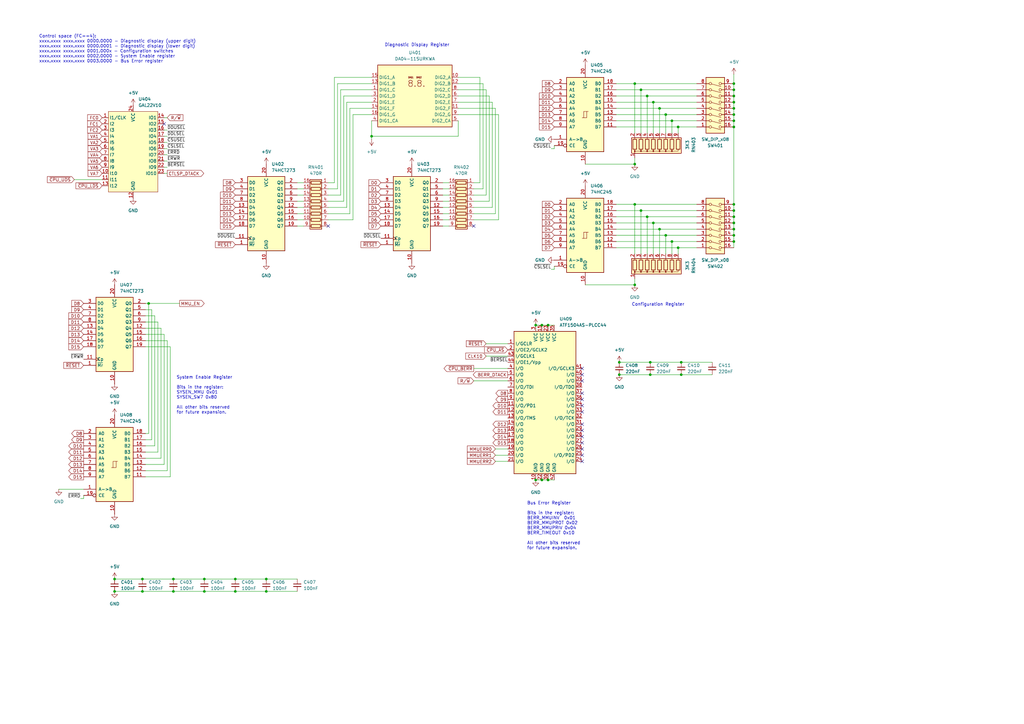
<source format=kicad_sch>
(kicad_sch (version 20250114) (generator "eeschema") (generator_version "9.0")
  (paper "A3")
  (text "Control space (FC==4):\nxxxx.xxxx xxxx.xxxx 0000.0000 - Diagnostic display (upper digit)\nxxxx.xxxx xxxx.xxxx 0000.0001 - Diagnostic display (lower digit)\nxxxx.xxxx xxxx.xxxx 0001.000x - Configuration switches\nxxxx.xxxx xxxx.xxxx 0002.0000 - System Enable register\nxxxx.xxxx xxxx.xxxx 0003.0000 - Bus Error register" (at 16.002 20.066 0) (effects (font (size 1.27 1.27)) (justify left)))
  (text "System Enable Register\n\nBits in the register:\nSYSEN_MMU 0x01\nSYSEN_SW7 0x80\n\nAll other bits reserved\nfor future expansion." (at 72.39 162.052 0) (effects (font (size 1.27 1.27)) (justify left)))
  (text "Diagnostic Display Register" (at 157.734 18.542 0) (effects (font (size 1.27 1.27)) (justify left)))
  (text "Configuration Register" (at 259.08 124.968 0) (effects (font (size 1.27 1.27)) (justify left)))
  (text "Bus Error Register\n\nBits in the register:\nBERR_MMUINV  0x01\nBERR_MMUPROT 0x02\nBERR_MMUPRIV 0x04\nBERR_TIMEOUT 0x10\n\nAll other bits reserved\nfor future expansion." (at 216.154 215.646 0) (effects (font (size 1.27 1.27) (thickness 0.1588)) (justify left)))
  (junction (at 265.43 88.9))
  (junction (at 270.51 44.45))
  (junction (at 300.99 49.53))
  (junction (at 46.99 242.57))
  (junction (at 224.79 196.85))
  (junction (at 58.42 237.49))
  (junction (at 109.22 237.49))
  (junction (at 266.7 148.59))
  (junction (at 260.35 67.31))
  (junction (at 267.97 41.91))
  (junction (at 300.99 52.07))
  (junction (at 300.99 96.52))
  (junction (at 300.99 46.99))
  (junction (at 273.05 96.52))
  (junction (at 270.51 93.98))
  (junction (at 262.89 86.36))
  (junction (at 300.99 83.82))
  (junction (at 224.79 133.35))
  (junction (at 96.52 242.57))
  (junction (at 46.99 237.49))
  (junction (at 300.99 39.37))
  (junction (at 279.4 148.59))
  (junction (at 279.4 153.67))
  (junction (at 265.43 39.37))
  (junction (at 300.99 44.45))
  (junction (at 260.35 83.82))
  (junction (at 300.99 36.83))
  (junction (at 262.89 36.83))
  (junction (at 71.12 242.57))
  (junction (at 254 153.67))
  (junction (at 219.71 196.85))
  (junction (at 275.59 99.06))
  (junction (at 219.71 133.35))
  (junction (at 300.99 34.29))
  (junction (at 222.25 196.85))
  (junction (at 300.99 93.98))
  (junction (at 152.4 55.88))
  (junction (at 96.52 237.49))
  (junction (at 60.96 124.46))
  (junction (at 300.99 91.44))
  (junction (at 278.13 52.07))
  (junction (at 222.25 133.35))
  (junction (at 273.05 46.99))
  (junction (at 300.99 88.9))
  (junction (at 109.22 242.57))
  (junction (at 300.99 86.36))
  (junction (at 58.42 242.57))
  (junction (at 266.7 153.67))
  (junction (at 300.99 99.06))
  (junction (at 83.82 237.49))
  (junction (at 278.13 101.6))
  (junction (at 83.82 242.57))
  (junction (at 71.12 237.49))
  (junction (at 275.59 49.53))
  (junction (at 300.99 41.91))
  (junction (at 254 148.59))
  (junction (at 260.35 116.84))
  (junction (at 267.97 91.44))
  (junction (at 260.35 34.29))
  (no_connect (at 238.76 184.15))
  (no_connect (at 134.62 92.71))
  (no_connect (at 238.76 168.91))
  (no_connect (at 67.31 50.8))
  (no_connect (at 238.76 156.21))
  (no_connect (at 238.76 153.67))
  (no_connect (at 238.76 163.83))
  (no_connect (at 238.76 181.61))
  (no_connect (at 238.76 176.53))
  (no_connect (at 238.76 151.13))
  (no_connect (at 194.31 92.71))
  (no_connect (at 238.76 173.99))
  (no_connect (at 238.76 179.07))
  (no_connect (at 238.76 161.29))
  (no_connect (at 238.76 166.37))
  (no_connect (at 238.76 186.69))
  (no_connect (at 238.76 189.23))
  (wire (pts (xy 121.92 80.01) (xy 124.46 80.01)))
  (wire (pts (xy 134.62 80.01) (xy 139.7 80.01)))
  (wire (pts (xy 194.31 80.01) (xy 199.39 80.01)))
  (wire (pts (xy 265.43 88.9) (xy 265.43 104.14)))
  (wire (pts (xy 252.73 52.07) (xy 278.13 52.07)))
  (wire (pts (xy 59.69 139.7) (xy 68.58 139.7)))
  (wire (pts (xy 201.93 41.91) (xy 187.96 41.91)))
  (wire (pts (xy 142.24 85.09) (xy 142.24 41.91)))
  (wire (pts (xy 196.85 74.93) (xy 196.85 31.75)))
  (wire (pts (xy 227.33 60.96) (xy 227.33 59.69)))
  (wire (pts (xy 59.69 134.62) (xy 66.04 134.62)))
  (wire (pts (xy 252.73 36.83) (xy 262.89 36.83)))
  (wire (pts (xy 181.61 90.17) (xy 184.15 90.17)))
  (wire (pts (xy 275.59 49.53) (xy 275.59 54.61)))
  (wire (pts (xy 267.97 91.44) (xy 267.97 104.14)))
  (wire (pts (xy 219.71 196.85) (xy 222.25 196.85)))
  (wire (pts (xy 240.03 67.31) (xy 260.35 67.31)))
  (wire (pts (xy 203.2 184.15) (xy 208.28 184.15)))
  (wire (pts (xy 68.58 60.96) (xy 67.31 60.96)))
  (wire (pts (xy 121.92 82.55) (xy 124.46 82.55)))
  (wire (pts (xy 266.7 153.67) (xy 279.4 153.67)))
  (wire (pts (xy 300.99 49.53) (xy 300.99 52.07)))
  (wire (pts (xy 267.97 91.44) (xy 285.75 91.44)))
  (wire (pts (xy 252.73 34.29) (xy 260.35 34.29)))
  (wire (pts (xy 194.31 90.17) (xy 204.47 90.17)))
  (wire (pts (xy 33.02 204.47) (xy 34.29 204.47)))
  (wire (pts (xy 121.92 85.09) (xy 124.46 85.09)))
  (wire (pts (xy 67.31 68.58) (xy 68.58 68.58)))
  (wire (pts (xy 252.73 46.99) (xy 273.05 46.99)))
  (wire (pts (xy 46.99 237.49) (xy 58.42 237.49)))
  (wire (pts (xy 194.31 151.13) (xy 208.28 151.13)))
  (wire (pts (xy 252.73 86.36) (xy 262.89 86.36)))
  (wire (pts (xy 275.59 99.06) (xy 275.59 104.14)))
  (wire (pts (xy 152.4 55.88) (xy 152.4 57.15)))
  (wire (pts (xy 273.05 96.52) (xy 285.75 96.52)))
  (wire (pts (xy 138.43 34.29) (xy 152.4 34.29)))
  (wire (pts (xy 137.16 31.75) (xy 152.4 31.75)))
  (wire (pts (xy 300.99 39.37) (xy 300.99 41.91)))
  (wire (pts (xy 60.96 177.8) (xy 59.69 177.8)))
  (wire (pts (xy 196.85 31.75) (xy 187.96 31.75)))
  (wire (pts (xy 59.69 127) (xy 62.23 127)))
  (wire (pts (xy 121.92 74.93) (xy 124.46 74.93)))
  (wire (pts (xy 134.62 74.93) (xy 137.16 74.93)))
  (wire (pts (xy 254 153.67) (xy 266.7 153.67)))
  (wire (pts (xy 59.69 129.54) (xy 63.5 129.54)))
  (wire (pts (xy 96.52 242.57) (xy 109.22 242.57)))
  (wire (pts (xy 262.89 86.36) (xy 285.75 86.36)))
  (wire (pts (xy 58.42 237.49) (xy 71.12 237.49)))
  (wire (pts (xy 300.99 93.98) (xy 300.99 96.52)))
  (wire (pts (xy 68.58 66.04) (xy 67.31 66.04)))
  (wire (pts (xy 187.96 55.88) (xy 152.4 55.88)))
  (wire (pts (xy 194.31 156.21) (xy 208.28 156.21)))
  (wire (pts (xy 273.05 96.52) (xy 273.05 104.14)))
  (wire (pts (xy 143.51 44.45) (xy 152.4 44.45)))
  (wire (pts (xy 222.25 196.85) (xy 224.79 196.85)))
  (wire (pts (xy 181.61 80.01) (xy 184.15 80.01)))
  (wire (pts (xy 300.99 36.83) (xy 300.99 39.37)))
  (wire (pts (xy 262.89 36.83) (xy 262.89 54.61)))
  (wire (pts (xy 300.99 41.91) (xy 300.99 44.45)))
  (wire (pts (xy 187.96 49.53) (xy 187.96 55.88)))
  (wire (pts (xy 194.31 74.93) (xy 196.85 74.93)))
  (wire (pts (xy 273.05 46.99) (xy 285.75 46.99)))
  (wire (pts (xy 222.25 133.35) (xy 224.79 133.35)))
  (wire (pts (xy 144.78 90.17) (xy 144.78 46.99)))
  (wire (pts (xy 71.12 237.49) (xy 83.82 237.49)))
  (wire (pts (xy 137.16 74.93) (xy 137.16 31.75)))
  (wire (pts (xy 142.24 41.91) (xy 152.4 41.91)))
  (wire (pts (xy 68.58 193.04) (xy 59.69 193.04)))
  (wire (pts (xy 300.99 44.45) (xy 300.99 46.99)))
  (wire (pts (xy 224.79 133.35) (xy 227.33 133.35)))
  (wire (pts (xy 109.22 237.49) (xy 121.92 237.49)))
  (wire (pts (xy 181.61 87.63) (xy 184.15 87.63)))
  (wire (pts (xy 252.73 101.6) (xy 278.13 101.6)))
  (wire (pts (xy 67.31 137.16) (xy 67.31 190.5)))
  (wire (pts (xy 64.77 132.08) (xy 64.77 185.42)))
  (wire (pts (xy 270.51 93.98) (xy 285.75 93.98)))
  (wire (pts (xy 204.47 90.17) (xy 204.47 46.99)))
  (wire (pts (xy 198.12 34.29) (xy 187.96 34.29)))
  (wire (pts (xy 181.61 77.47) (xy 184.15 77.47)))
  (wire (pts (xy 278.13 101.6) (xy 278.13 104.14)))
  (wire (pts (xy 68.58 58.42) (xy 67.31 58.42)))
  (wire (pts (xy 63.5 182.88) (xy 59.69 182.88)))
  (wire (pts (xy 300.99 46.99) (xy 300.99 49.53)))
  (wire (pts (xy 252.73 91.44) (xy 267.97 91.44)))
  (wire (pts (xy 199.39 146.05) (xy 208.28 146.05)))
  (wire (pts (xy 300.99 88.9) (xy 300.99 91.44)))
  (wire (pts (xy 300.99 52.07) (xy 300.99 83.82)))
  (wire (pts (xy 134.62 77.47) (xy 138.43 77.47)))
  (wire (pts (xy 300.99 91.44) (xy 300.99 93.98)))
  (wire (pts (xy 226.06 60.96) (xy 227.33 60.96)))
  (wire (pts (xy 262.89 86.36) (xy 262.89 104.14)))
  (wire (pts (xy 68.58 48.26) (xy 67.31 48.26)))
  (wire (pts (xy 254 148.59) (xy 266.7 148.59)))
  (wire (pts (xy 64.77 185.42) (xy 59.69 185.42)))
  (wire (pts (xy 260.35 67.31) (xy 260.35 64.77)))
  (wire (pts (xy 69.85 142.24) (xy 69.85 195.58)))
  (wire (pts (xy 121.92 92.71) (xy 124.46 92.71)))
  (wire (pts (xy 300.99 96.52) (xy 300.99 99.06)))
  (wire (pts (xy 267.97 41.91) (xy 267.97 54.61)))
  (wire (pts (xy 219.71 133.35) (xy 222.25 133.35)))
  (wire (pts (xy 66.04 134.62) (xy 66.04 187.96)))
  (wire (pts (xy 199.39 36.83) (xy 187.96 36.83)))
  (wire (pts (xy 204.47 46.99) (xy 187.96 46.99)))
  (wire (pts (xy 262.89 36.83) (xy 285.75 36.83)))
  (wire (pts (xy 278.13 52.07) (xy 285.75 52.07)))
  (wire (pts (xy 265.43 39.37) (xy 265.43 54.61)))
  (wire (pts (xy 270.51 93.98) (xy 270.51 104.14)))
  (wire (pts (xy 59.69 124.46) (xy 60.96 124.46)))
  (wire (pts (xy 60.96 124.46) (xy 73.66 124.46)))
  (wire (pts (xy 252.73 93.98) (xy 270.51 93.98)))
  (wire (pts (xy 260.35 34.29) (xy 260.35 54.61)))
  (wire (pts (xy 181.61 92.71) (xy 184.15 92.71)))
  (wire (pts (xy 143.51 87.63) (xy 143.51 44.45)))
  (wire (pts (xy 62.23 180.34) (xy 59.69 180.34)))
  (wire (pts (xy 30.48 73.66) (xy 41.91 73.66)))
  (wire (pts (xy 134.62 82.55) (xy 140.97 82.55)))
  (wire (pts (xy 198.12 77.47) (xy 198.12 34.29)))
  (wire (pts (xy 68.58 55.88) (xy 67.31 55.88)))
  (wire (pts (xy 203.2 186.69) (xy 208.28 186.69)))
  (wire (pts (xy 83.82 242.57) (xy 96.52 242.57)))
  (wire (pts (xy 252.73 96.52) (xy 273.05 96.52)))
  (wire (pts (xy 252.73 99.06) (xy 275.59 99.06)))
  (wire (pts (xy 71.12 242.57) (xy 83.82 242.57)))
  (wire (pts (xy 278.13 101.6) (xy 285.75 101.6)))
  (wire (pts (xy 273.05 46.99) (xy 273.05 54.61)))
  (wire (pts (xy 68.58 71.12) (xy 67.31 71.12)))
  (wire (pts (xy 34.29 204.47) (xy 34.29 203.2)))
  (wire (pts (xy 199.39 140.97) (xy 208.28 140.97)))
  (wire (pts (xy 300.99 34.29) (xy 300.99 36.83)))
  (wire (pts (xy 201.93 85.09) (xy 201.93 41.91)))
  (wire (pts (xy 121.92 90.17) (xy 124.46 90.17)))
  (wire (pts (xy 134.62 90.17) (xy 144.78 90.17)))
  (wire (pts (xy 66.04 187.96) (xy 59.69 187.96)))
  (wire (pts (xy 62.23 127) (xy 62.23 180.34)))
  (wire (pts (xy 59.69 142.24) (xy 69.85 142.24)))
  (wire (pts (xy 83.82 237.49) (xy 96.52 237.49)))
  (wire (pts (xy 194.31 77.47) (xy 198.12 77.47)))
  (wire (pts (xy 260.35 83.82) (xy 285.75 83.82)))
  (wire (pts (xy 68.58 139.7) (xy 68.58 193.04)))
  (wire (pts (xy 199.39 80.01) (xy 199.39 36.83)))
  (wire (pts (xy 68.58 63.5) (xy 67.31 63.5)))
  (wire (pts (xy 267.97 41.91) (xy 285.75 41.91)))
  (wire (pts (xy 200.66 39.37) (xy 187.96 39.37)))
  (wire (pts (xy 60.96 124.46) (xy 60.96 177.8)))
  (wire (pts (xy 265.43 88.9) (xy 285.75 88.9)))
  (wire (pts (xy 67.31 190.5) (xy 59.69 190.5)))
  (wire (pts (xy 275.59 99.06) (xy 285.75 99.06)))
  (wire (pts (xy 152.4 49.53) (xy 152.4 55.88)))
  (wire (pts (xy 265.43 39.37) (xy 285.75 39.37)))
  (wire (pts (xy 140.97 39.37) (xy 152.4 39.37)))
  (wire (pts (xy 279.4 148.59) (xy 292.1 148.59)))
  (wire (pts (xy 24.13 200.66) (xy 34.29 200.66)))
  (wire (pts (xy 270.51 44.45) (xy 285.75 44.45)))
  (wire (pts (xy 121.92 77.47) (xy 124.46 77.47)))
  (wire (pts (xy 252.73 41.91) (xy 267.97 41.91)))
  (wire (pts (xy 139.7 36.83) (xy 152.4 36.83)))
  (wire (pts (xy 279.4 153.67) (xy 292.1 153.67)))
  (wire (pts (xy 252.73 83.82) (xy 260.35 83.82)))
  (wire (pts (xy 144.78 46.99) (xy 152.4 46.99)))
  (wire (pts (xy 59.69 132.08) (xy 64.77 132.08)))
  (wire (pts (xy 252.73 44.45) (xy 270.51 44.45)))
  (wire (pts (xy 181.61 74.93) (xy 184.15 74.93)))
  (wire (pts (xy 69.85 195.58) (xy 59.69 195.58)))
  (wire (pts (xy 121.92 87.63) (xy 124.46 87.63)))
  (wire (pts (xy 270.51 44.45) (xy 270.51 54.61)))
  (wire (pts (xy 278.13 52.07) (xy 278.13 54.61)))
  (wire (pts (xy 224.79 196.85) (xy 227.33 196.85)))
  (wire (pts (xy 134.62 85.09) (xy 142.24 85.09)))
  (wire (pts (xy 260.35 34.29) (xy 285.75 34.29)))
  (wire (pts (xy 275.59 49.53) (xy 285.75 49.53)))
  (wire (pts (xy 59.69 137.16) (xy 67.31 137.16)))
  (wire (pts (xy 203.2 44.45) (xy 187.96 44.45)))
  (wire (pts (xy 58.42 242.57) (xy 71.12 242.57)))
  (wire (pts (xy 63.5 129.54) (xy 63.5 182.88)))
  (wire (pts (xy 260.35 83.82) (xy 260.35 104.14)))
  (wire (pts (xy 194.31 85.09) (xy 201.93 85.09)))
  (wire (pts (xy 252.73 49.53) (xy 275.59 49.53)))
  (wire (pts (xy 68.58 53.34) (xy 67.31 53.34)))
  (wire (pts (xy 240.03 116.84) (xy 260.35 116.84)))
  (wire (pts (xy 252.73 39.37) (xy 265.43 39.37)))
  (wire (pts (xy 181.61 82.55) (xy 184.15 82.55)))
  (wire (pts (xy 181.61 85.09) (xy 184.15 85.09)))
  (wire (pts (xy 252.73 88.9) (xy 265.43 88.9)))
  (wire (pts (xy 134.62 87.63) (xy 143.51 87.63)))
  (wire (pts (xy 109.22 242.57) (xy 121.92 242.57)))
  (wire (pts (xy 260.35 114.3) (xy 260.35 116.84)))
  (wire (pts (xy 203.2 189.23) (xy 208.28 189.23)))
  (wire (pts (xy 227.33 110.49) (xy 227.33 109.22)))
  (wire (pts (xy 300.99 86.36) (xy 300.99 88.9)))
  (wire (pts (xy 200.66 82.55) (xy 200.66 39.37)))
  (wire (pts (xy 226.06 110.49) (xy 227.33 110.49)))
  (wire (pts (xy 138.43 77.47) (xy 138.43 34.29)))
  (wire (pts (xy 300.99 30.48) (xy 300.99 34.29)))
  (wire (pts (xy 139.7 80.01) (xy 139.7 36.83)))
  (wire (pts (xy 194.31 87.63) (xy 203.2 87.63)))
  (wire (pts (xy 266.7 148.59) (xy 279.4 148.59)))
  (wire (pts (xy 300.99 83.82) (xy 300.99 86.36)))
  (wire (pts (xy 194.31 82.55) (xy 200.66 82.55)))
  (wire (pts (xy 46.99 242.57) (xy 58.42 242.57)))
  (wire (pts (xy 203.2 87.63) (xy 203.2 44.45)))
  (wire (pts (xy 300.99 99.06) (xy 300.99 101.6)))
  (wire (pts (xy 140.97 82.55) (xy 140.97 39.37)))
  (wire (pts (xy 96.52 237.49) (xy 109.22 237.49)))
  (label "~{CSLSEL}" (at 68.58 60.96 0))
  (label "~{CSUSEL}" (at 68.58 58.42 0))
  (label "~{BERSEL}" (at 68.58 68.58 0))
  (label "~{BERSEL}" (at 208.28 148.59 180))
  (label "~{DDLSEL}" (at 68.58 55.88 0))
  (label "~{ERRD}" (at 33.02 204.47 180))
  (label "~{CSLSEL}" (at 226.06 110.49 180))
  (label "~{ERWR}" (at 34.29 147.32 180))
  (label "~{ERWR}" (at 68.58 66.04 0))
  (label "~{DDUSEL}" (at 68.58 53.34 0))
  (label "~{DDUSEL}" (at 96.52 97.79 180))
  (label "~{ERRD}" (at 68.58 63.5 0))
  (label "~{DDLSEL}" (at 156.21 97.79 180))
  (label "~{CSUSEL}" (at 226.06 60.96 180))
  (global_label "D8" (shape input) (at 34.29 124.46 180) (property "Intersheetrefs" "${INTERSHEET_REFS}" (effects (hide yes))))
  (global_label "D9" (shape input) (at 96.52 77.47 180) (property "Intersheetrefs" "${INTERSHEET_REFS}" (effects (hide yes))))
  (global_label "R{slash}~{W}" (shape input) (at 68.58 48.26 0) (property "Intersheetrefs" "${INTERSHEET_REFS}" (effects (hide yes))))
  (global_label "D11" (shape output) (at 34.29 185.42 180) (property "Intersheetrefs" "${INTERSHEET_REFS}" (effects (hide yes))))
  (global_label "VA1" (shape input) (at 41.91 55.88 180) (property "Intersheetrefs" "${INTERSHEET_REFS}" (effects (hide yes))))
  (global_label "~{RESET}" (shape input) (at 199.39 140.97 180) (property "Intersheetrefs" "${INTERSHEET_REFS}" (effects (hide yes))))
  (global_label "~{RESET}" (shape input) (at 34.29 149.86 180) (property "Intersheetrefs" "${INTERSHEET_REFS}" (effects (hide yes))))
  (global_label "MMUERR0" (shape input) (at 203.2 184.15 180) (property "Intersheetrefs" "${INTERSHEET_REFS}" (effects (hide yes))))
  (global_label "D5" (shape input) (at 156.21 87.63 180) (property "Intersheetrefs" "${INTERSHEET_REFS}" (effects (hide yes))))
  (global_label "D10" (shape output) (at 208.28 166.37 180) (property "Intersheetrefs" "${INTERSHEET_REFS}" (effects (hide yes))))
  (global_label "~{CPU_AS}" (shape input) (at 208.28 143.51 180) (property "Intersheetrefs" "${INTERSHEET_REFS}" (effects (hide yes))))
  (global_label "D11" (shape input) (at 96.52 82.55 180) (property "Intersheetrefs" "${INTERSHEET_REFS}" (effects (hide yes))))
  (global_label "~{CPU_BERR}" (shape output) (at 194.31 151.13 180) (property "Intersheetrefs" "${INTERSHEET_REFS}" (effects (hide yes))))
  (global_label "D6" (shape input) (at 156.21 90.17 180) (property "Intersheetrefs" "${INTERSHEET_REFS}" (effects (hide yes))))
  (global_label "D13" (shape input) (at 227.33 46.99 180) (property "Intersheetrefs" "${INTERSHEET_REFS}" (effects (hide yes))))
  (global_label "D7" (shape input) (at 156.21 92.71 180) (property "Intersheetrefs" "${INTERSHEET_REFS}" (effects (hide yes))))
  (global_label "D12" (shape input) (at 96.52 85.09 180) (property "Intersheetrefs" "${INTERSHEET_REFS}" (effects (hide yes))))
  (global_label "D10" (shape output) (at 34.29 182.88 180) (property "Intersheetrefs" "${INTERSHEET_REFS}" (effects (hide yes))))
  (global_label "FC0" (shape input) (at 41.91 48.26 180) (property "Intersheetrefs" "${INTERSHEET_REFS}" (effects (hide yes))))
  (global_label "D15" (shape output) (at 34.29 195.58 180) (property "Intersheetrefs" "${INTERSHEET_REFS}" (effects (hide yes))))
  (global_label "D9" (shape output) (at 34.29 180.34 180) (property "Intersheetrefs" "${INTERSHEET_REFS}" (effects (hide yes))))
  (global_label "D8" (shape input) (at 227.33 34.29 180) (property "Intersheetrefs" "${INTERSHEET_REFS}" (effects (hide yes))))
  (global_label "D15" (shape input) (at 34.29 142.24 180) (property "Intersheetrefs" "${INTERSHEET_REFS}" (effects (hide yes))))
  (global_label "D13" (shape input) (at 34.29 137.16 180) (property "Intersheetrefs" "${INTERSHEET_REFS}" (effects (hide yes))))
  (global_label "D10" (shape input) (at 227.33 39.37 180) (property "Intersheetrefs" "${INTERSHEET_REFS}" (effects (hide yes))))
  (global_label "R{slash}~{W}" (shape input) (at 194.31 156.21 180) (property "Intersheetrefs" "${INTERSHEET_REFS}" (effects (hide yes))))
  (global_label "D2" (shape input) (at 227.33 88.9 180) (property "Intersheetrefs" "${INTERSHEET_REFS}" (effects (hide yes))))
  (global_label "D15" (shape input) (at 96.52 92.71 180) (property "Intersheetrefs" "${INTERSHEET_REFS}" (effects (hide yes))))
  (global_label "D9" (shape input) (at 227.33 36.83 180) (property "Intersheetrefs" "${INTERSHEET_REFS}" (effects (hide yes))))
  (global_label "~{RESET}" (shape input) (at 96.52 100.33 180) (property "Intersheetrefs" "${INTERSHEET_REFS}" (effects (hide yes))))
  (global_label "D10" (shape input) (at 34.29 129.54 180) (property "Intersheetrefs" "${INTERSHEET_REFS}" (effects (hide yes))))
  (global_label "D14" (shape input) (at 227.33 49.53 180) (property "Intersheetrefs" "${INTERSHEET_REFS}" (effects (hide yes))))
  (global_label "MMUERR1" (shape input) (at 203.2 186.69 180) (property "Intersheetrefs" "${INTERSHEET_REFS}" (effects (hide yes))))
  (global_label "D13" (shape output) (at 208.28 176.53 180) (property "Intersheetrefs" "${INTERSHEET_REFS}" (effects (hide yes))))
  (global_label "~{CPU_UDS}" (shape input) (at 30.48 73.66 180) (property "Intersheetrefs" "${INTERSHEET_REFS}" (effects (hide yes))))
  (global_label "D4" (shape input) (at 227.33 93.98 180) (property "Intersheetrefs" "${INTERSHEET_REFS}" (effects (hide yes))))
  (global_label "D0" (shape input) (at 156.21 74.93 180) (property "Intersheetrefs" "${INTERSHEET_REFS}" (effects (hide yes))))
  (global_label "D2" (shape input) (at 156.21 80.01 180) (property "Intersheetrefs" "${INTERSHEET_REFS}" (effects (hide yes))))
  (global_label "D6" (shape input) (at 227.33 99.06 180) (property "Intersheetrefs" "${INTERSHEET_REFS}" (effects (hide yes))))
  (global_label "VA2" (shape input) (at 41.91 58.42 180) (property "Intersheetrefs" "${INTERSHEET_REFS}" (effects (hide yes))))
  (global_label "BERR_DTACK" (shape output) (at 208.28 153.67 180) (property "Intersheetrefs" "${INTERSHEET_REFS}" (effects (hide yes))))
  (global_label "FC2" (shape input) (at 41.91 53.34 180) (property "Intersheetrefs" "${INTERSHEET_REFS}" (effects (hide yes))))
  (global_label "D11" (shape output) (at 208.28 168.91 180) (property "Intersheetrefs" "${INTERSHEET_REFS}" (effects (hide yes))))
  (global_label "FC1" (shape input) (at 41.91 50.8 180) (property "Intersheetrefs" "${INTERSHEET_REFS}" (effects (hide yes))))
  (global_label "D11" (shape input) (at 34.29 132.08 180) (property "Intersheetrefs" "${INTERSHEET_REFS}" (effects (hide yes))))
  (global_label "MMUERR2" (shape input) (at 203.2 189.23 180) (property "Intersheetrefs" "${INTERSHEET_REFS}" (effects (hide yes))))
  (global_label "D10" (shape input) (at 96.52 80.01 180) (property "Intersheetrefs" "${INTERSHEET_REFS}" (effects (hide yes))))
  (global_label "D13" (shape input) (at 96.52 87.63 180) (property "Intersheetrefs" "${INTERSHEET_REFS}" (effects (hide yes))))
  (global_label "D15" (shape output) (at 208.28 181.61 180) (property "Intersheetrefs" "${INTERSHEET_REFS}" (effects (hide yes))))
  (global_label "D3" (shape input) (at 156.21 82.55 180) (property "Intersheetrefs" "${INTERSHEET_REFS}" (effects (hide yes))))
  (global_label "D9" (shape output) (at 208.28 163.83 180) (property "Intersheetrefs" "${INTERSHEET_REFS}" (effects (hide yes))))
  (global_label "VA7" (shape input) (at 41.91 71.12 180) (property "Intersheetrefs" "${INTERSHEET_REFS}" (effects (hide yes))))
  (global_label "~{CPU_LDS}" (shape input) (at 41.91 76.2 180) (property "Intersheetrefs" "${INTERSHEET_REFS}" (effects (hide yes))))
  (global_label "D8" (shape output) (at 34.29 177.8 180) (property "Intersheetrefs" "${INTERSHEET_REFS}" (effects (hide yes))))
  (global_label "CLK10" (shape input) (at 199.39 146.05 180) (property "Intersheetrefs" "${INTERSHEET_REFS}" (effects (hide yes))))
  (global_label "D12" (shape output) (at 34.29 187.96 180) (property "Intersheetrefs" "${INTERSHEET_REFS}" (effects (hide yes))))
  (global_label "VA3" (shape input) (at 41.91 60.96 180) (property "Intersheetrefs" "${INTERSHEET_REFS}" (effects (hide yes))))
  (global_label "D12" (shape input) (at 34.29 134.62 180) (property "Intersheetrefs" "${INTERSHEET_REFS}" (effects (hide yes))))
  (global_label "D8" (shape output) (at 208.28 161.29 180) (property "Intersheetrefs" "${INTERSHEET_REFS}" (effects (hide yes))))
  (global_label "D12" (shape output) (at 208.28 173.99 180) (property "Intersheetrefs" "${INTERSHEET_REFS}" (effects (hide yes))))
  (global_label "D5" (shape input) (at 227.33 96.52 180) (property "Intersheetrefs" "${INTERSHEET_REFS}" (effects (hide yes))))
  (global_label "D8" (shape input) (at 96.52 74.93 180) (property "Intersheetrefs" "${INTERSHEET_REFS}" (effects (hide yes))))
  (global_label "VA6" (shape input) (at 41.91 68.58 180) (property "Intersheetrefs" "${INTERSHEET_REFS}" (effects (hide yes))))
  (global_label "D14" (shape output) (at 34.29 193.04 180) (property "Intersheetrefs" "${INTERSHEET_REFS}" (effects (hide yes))))
  (global_label "D14" (shape input) (at 96.52 90.17 180) (property "Intersheetrefs" "${INTERSHEET_REFS}" (effects (hide yes))))
  (global_label "~{RESET}" (shape input) (at 156.21 100.33 180) (property "Intersheetrefs" "${INTERSHEET_REFS}" (effects (hide yes))))
  (global_label "D4" (shape input) (at 156.21 85.09 180) (property "Intersheetrefs" "${INTERSHEET_REFS}" (effects (hide yes))))
  (global_label "CTLSP_DTACK" (shape output) (at 68.58 71.12 0) (property "Intersheetrefs" "${INTERSHEET_REFS}" (effects (hide yes))))
  (global_label "D14" (shape input) (at 34.29 139.7 180) (property "Intersheetrefs" "${INTERSHEET_REFS}" (effects (hide yes))))
  (global_label "D0" (shape input) (at 227.33 83.82 180) (property "Intersheetrefs" "${INTERSHEET_REFS}" (effects (hide yes))))
  (global_label "D14" (shape output) (at 208.28 179.07 180) (property "Intersheetrefs" "${INTERSHEET_REFS}" (effects (hide yes))))
  (global_label "VA4" (shape input) (at 41.91 63.5 180) (property "Intersheetrefs" "${INTERSHEET_REFS}" (effects (hide yes))))
  (global_label "D1" (shape input) (at 227.33 86.36 180) (property "Intersheetrefs" "${INTERSHEET_REFS}" (effects (hide yes))))
  (global_label "D7" (shape input) (at 227.33 101.6 180) (property "Intersheetrefs" "${INTERSHEET_REFS}" (effects (hide yes))))
  (global_label "D1" (shape input) (at 156.21 77.47 180) (property "Intersheetrefs" "${INTERSHEET_REFS}" (effects (hide yes))))
  (global_label "D12" (shape input) (at 227.33 44.45 180) (property "Intersheetrefs" "${INTERSHEET_REFS}" (effects (hide yes))))
  (global_label "MMU_EN" (shape output) (at 73.66 124.46 0) (property "Intersheetrefs" "${INTERSHEET_REFS}" (effects (hide yes))))
  (global_label "D15" (shape input) (at 227.33 52.07 180) (property "Intersheetrefs" "${INTERSHEET_REFS}" (effects (hide yes))))
  (global_label "D9" (shape input) (at 34.29 127 180) (property "Intersheetrefs" "${INTERSHEET_REFS}" (effects (hide yes))))
  (global_label "D3" (shape input) (at 227.33 91.44 180) (property "Intersheetrefs" "${INTERSHEET_REFS}" (effects (hide yes))))
  (global_label "D13" (shape output) (at 34.29 190.5 180) (property "Intersheetrefs" "${INTERSHEET_REFS}" (effects (hide yes))))
  (global_label "D11" (shape input) (at 227.33 41.91 180) (property "Intersheetrefs" "${INTERSHEET_REFS}" (effects (hide yes))))
  (global_label "VA5" (shape input) (at 41.91 66.04 180) (property "Intersheetrefs" "${INTERSHEET_REFS}" (effects (hide yes))))
  (symbol (lib_id "power:+5V") (at 46.99 170.18 0) (unit 1)
    (property "Reference" "#PWR0417" (effects (hide yes)))
    (property "Value" "+5V" (at 46.99 165.1 0))
    (property "Description" "Power symbol creates a global label with name \"+5V\"" (effects (hide yes)))
  )
  (symbol (lib_id "power:GND") (at 46.99 210.82 0) (unit 1)
    (property "Reference" "#PWR0415" (effects (hide yes)))
    (property "Value" "GND" (at 46.99 215.9 0))
    (property "Description" "Power symbol creates a global label with name \"GND\" , ground" (effects (hide yes)))
  )
  (symbol (lib_id "power:GND") (at 109.22 107.95 0) (unit 1)
    (property "Reference" "#PWR0401" (effects (hide yes)))
    (property "Value" "GND" (at 109.22 113.03 0))
    (property "Description" "Power symbol creates a global label with name \"GND\" , ground" (effects (hide yes)))
  )
  (symbol (lib_id "power:GND") (at 260.35 67.31 0) (unit 1)
    (property "Reference" "#PWR0409" (effects (hide yes)))
    (property "Value" "GND" (at 260.35 72.39 0))
    (property "Description" "Power symbol creates a global label with name \"GND\" , ground" (effects (hide yes)))
  )
  (symbol (lib_id "Device:C_Small") (at 71.12 240.03 0) (unit 1)
    (property "Reference" "C403" (at 73.66 238.7662 0) (effects (justify left)))
    (property "Value" "100nF" (at 73.66 241.3062 0) (effects (justify left)))
    (property "Footprint" "Capacitor_SMD:C_0805_2012Metric_Pad1.18x1.45mm_HandSolder" (effects (hide yes)))
    (property "Description" "Unpolarized capacitor, small symbol" (effects (hide yes)))
  )
  (symbol (lib_id "74xx:74HC245") (at 240.03 96.52 0) (unit 1)
    (property "Reference" "U406" (at 242.1733 76.2 0) (effects (justify left)))
    (property "Value" "74HC245" (at 242.1733 78.74 0) (effects (justify left)))
    (property "Footprint" "Package_DIP:DIP-20_W7.62mm_Socket" (effects (hide yes)))
    (property "Datasheet" "http://www.ti.com/lit/gpn/sn74HC245" (effects (hide yes)))
    (property "Description" "Octal BUS Transceivers, 3-State outputs" (effects (hide yes)))
  )
  (symbol (lib_id "Device:C_Small") (at 266.7 151.13 0) (unit 1)
    (property "Reference" "C409" (at 269.24 149.8662 0) (effects (justify left)))
    (property "Value" "220nF" (at 269.24 152.4062 0) (effects (justify left)))
    (property "Footprint" "Capacitor_SMD:C_0805_2012Metric_Pad1.18x1.45mm_HandSolder" (effects (hide yes)))
    (property "Description" "Unpolarized capacitor, small symbol" (effects (hide yes)))
  )
  (symbol (lib_id "jrt-ICs:GAL22V10") (at 54.61 62.23 0) (unit 1)
    (property "Reference" "U404" (at 56.7533 40.64 0) (effects (justify left)))
    (property "Value" "GAL22V10" (at 56.7533 43.18 0) (effects (justify left)))
    (property "Footprint" "Package_DIP:DIP-24_W7.62mm_Socket" (effects (hide yes)))
  )
  (symbol (lib_id "74xx:74HCT273") (at 109.22 87.63 0) (unit 1)
    (property "Reference" "U402" (at 111.3633 67.31 0) (effects (justify left)))
    (property "Value" "74HCT273" (at 111.3633 69.85 0) (effects (justify left)))
    (property "Footprint" "Package_DIP:DIP-20_W7.62mm_Socket" (effects (hide yes)))
    (property "Datasheet" "https://assets.nexperia.com/documents/data-sheet/74HC_HCT273.pdf" (effects (hide yes)))
    (property "Description" "8-bit D Flip-Flop, reset" (effects (hide yes)))
  )
  (symbol (lib_id "power:+5V") (at 254 148.59 0) (unit 1)
    (property "Reference" "#PWR0424" (effects (hide yes)))
    (property "Value" "+5V" (at 254 143.51 0))
    (property "Description" "Power symbol creates a global label with name \"+5V\"" (effects (hide yes)))
  )
  (symbol (lib_id "Device:C_Small") (at 109.22 240.03 0) (unit 1)
    (property "Reference" "C406" (at 111.76 238.7662 0) (effects (justify left)))
    (property "Value" "100nF" (at 111.76 241.3062 0) (effects (justify left)))
    (property "Footprint" "Capacitor_SMD:C_0805_2012Metric_Pad1.18x1.45mm_HandSolder" (effects (hide yes)))
    (property "Description" "Unpolarized capacitor, small symbol" (effects (hide yes)))
  )
  (symbol (lib_id "power:GND") (at 54.61 81.28 0) (unit 1)
    (property "Reference" "#PWR0407" (effects (hide yes)))
    (property "Value" "GND" (at 54.61 86.36 0))
    (property "Description" "Power symbol creates a global label with name \"GND\" , ground" (effects (hide yes)))
  )
  (symbol (lib_id "power:GND") (at 168.91 107.95 0) (unit 1)
    (property "Reference" "#PWR0404" (effects (hide yes)))
    (property "Value" "GND" (at 168.91 113.03 0))
    (property "Description" "Power symbol creates a global label with name \"GND\" , ground" (effects (hide yes)))
  )
  (symbol (lib_id "power:GND") (at 227.33 57.15 270) (unit 1)
    (property "Reference" "#PWR0413" (effects (hide yes)))
    (property "Value" "GND" (at 223.52 57.1499 90) (effects (justify right)))
    (property "Description" "Power symbol creates a global label with name \"GND\" , ground" (effects (hide yes)))
  )
  (symbol (lib_id "power:+5V") (at 168.91 67.31 0) (mirror y) (unit 1)
    (property "Reference" "#PWR0403" (effects (hide yes)))
    (property "Value" "+5V" (at 168.91 62.23 0))
    (property "Description" "Power symbol creates a global label with name \"+5V\"" (effects (hide yes)))
  )
  (symbol (lib_id "power:+5V") (at 109.22 67.31 0) (unit 1)
    (property "Reference" "#PWR0402" (effects (hide yes)))
    (property "Value" "+5V" (at 109.22 62.23 0))
    (property "Description" "Power symbol creates a global label with name \"+5V\"" (effects (hide yes)))
  )
  (symbol (lib_id "Device:C_Small") (at 292.1 151.13 0) (unit 1)
    (property "Reference" "C411" (at 294.64 149.8662 0) (effects (justify left)))
    (property "Value" "220nF" (at 294.64 152.4062 0) (effects (justify left)))
    (property "Footprint" "Capacitor_SMD:C_0805_2012Metric_Pad1.18x1.45mm_HandSolder" (effects (hide yes)))
    (property "Description" "Unpolarized capacitor, small symbol" (effects (hide yes)))
  )
  (symbol (lib_id "Device:R_Pack08") (at 129.54 85.09 90) (mirror x) (unit 1)
    (property "Reference" "RN401" (at 129.54 68.58 90))
    (property "Value" "470R" (at 129.54 71.12 90))
    (property "Footprint" "Package_DIP:DIP-16_W7.62mm_Socket" (effects (hide yes)))
    (property "Description" "8 resistor network, parallel topology" (effects (hide yes)))
    (property "Part" "Bourns 4116R-1-471LF" (effects (hide yes)))
  )
  (symbol (lib_id "power:+5V") (at 46.99 116.84 0) (unit 1)
    (property "Reference" "#PWR0418" (effects (hide yes)))
    (property "Value" "+5V" (at 46.99 111.76 0))
    (property "Description" "Power symbol creates a global label with name \"+5V\"" (effects (hide yes)))
  )
  (symbol (lib_id "power:GND") (at 227.33 106.68 270) (unit 1)
    (property "Reference" "#PWR0414" (effects (hide yes)))
    (property "Value" "GND" (at 223.52 106.6799 90) (effects (justify right)))
    (property "Description" "Power symbol creates a global label with name \"GND\" , ground" (effects (hide yes)))
  )
  (symbol (lib_id "power:+5V") (at 46.99 237.49 0) (unit 1)
    (property "Reference" "#PWR0422" (effects (hide yes)))
    (property "Value" "+5V" (at 46.99 232.41 0))
    (property "Description" "Power symbol creates a global label with name \"+5V\"" (effects (hide yes)))
  )
  (symbol (lib_id "power:GND") (at 46.99 157.48 0) (unit 1)
    (property "Reference" "#PWR0416" (effects (hide yes)))
    (property "Value" "GND" (at 46.99 162.56 0))
    (property "Description" "Power symbol creates a global label with name \"GND\" , ground" (effects (hide yes)))
  )
  (symbol (lib_id "Device:C_Small") (at 254 151.13 0) (unit 1)
    (property "Reference" "C408" (at 256.54 149.8662 0) (effects (justify left)))
    (property "Value" "220nF" (at 256.54 152.4062 0) (effects (justify left)))
    (property "Footprint" "Capacitor_SMD:C_0805_2012Metric_Pad1.18x1.45mm_HandSolder" (effects (hide yes)))
    (property "Description" "Unpolarized capacitor, small symbol" (effects (hide yes)))
  )
  (symbol (lib_id "74xx:74HC245") (at 46.99 190.5 0) (unit 1)
    (property "Reference" "U408" (at 49.1333 170.18 0) (effects (justify left)))
    (property "Value" "74HC245" (at 49.1333 172.72 0) (effects (justify left)))
    (property "Footprint" "Package_DIP:DIP-20_W7.62mm_Socket" (effects (hide yes)))
    (property "Datasheet" "http://www.ti.com/lit/gpn/sn74HC245" (effects (hide yes)))
    (property "Description" "Octal BUS Transceivers, 3-State outputs" (effects (hide yes)))
  )
  (symbol (lib_id "power:GND") (at 46.99 242.57 0) (unit 1)
    (property "Reference" "#PWR0423" (effects (hide yes)))
    (property "Value" "GND" (at 46.99 247.65 0))
    (property "Description" "Power symbol creates a global label with name \"GND\" , ground" (effects (hide yes)))
  )
  (symbol (lib_id "power:+5V") (at 54.61 43.18 0) (unit 1)
    (property "Reference" "#PWR0406" (effects (hide yes)))
    (property "Value" "+5V" (at 54.61 38.1 0))
    (property "Description" "Power symbol creates a global label with name \"+5V\"" (effects (hide yes)))
  )
  (symbol (lib_id "Display_Character:DA04-11SURKWA") (at 170.18 39.37 0) (unit 1)
    (property "Reference" "U401" (at 170.18 21.59 0))
    (property "Value" "DA04-11SURKWA" (at 170.18 24.13 0))
    (property "Footprint" "Display_7Segment:DA04-11SURKWA" (effects (hide yes)))
    (property "Datasheet" "http://www.kingbright.com/attachments/file/psearch/000/00/00/DA04-11SURKWA(Ver.10A).pdf" (effects (hide yes)))
    (property "Description" "Double 7 segment hyper red LED common anode" (effects (hide yes)))
  )
  (symbol (lib_id "Device:R_Network08") (at 270.51 109.22 0) (mirror x) (unit 1)
    (property "Reference" "RN404" (at 284.48 108.966 90))
    (property "Value" "3K3" (at 281.94 108.966 90))
    (property "Footprint" "Resistor_THT:R_Array_SIP9" (effects (hide yes)))
    (property "Datasheet" "http://www.vishay.com/docs/31509/csc.pdf" (effects (hide yes)))
    (property "Description" "8 resistor network, star topology, bussed resistors, small symbol" (effects (hide yes)))
  )
  (symbol (lib_id "Switch:SW_DIP_x08") (at 293.37 91.44 0) (mirror x) (unit 1)
    (property "Reference" "SW402" (at 293.37 109.22 0))
    (property "Value" "SW_DIP_x08" (at 293.37 106.68 0))
    (property "Footprint" "Button_Switch_THT:SW_DIP_SPSTx08_Slide_9.78x22.5mm_W7.62mm_P2.54mm" (effects (hide yes)))
    (property "Description" "8x DIP Switch, Single Pole Single Throw (SPST) switch, small symbol" (effects (hide yes)))
  )
  (symbol (lib_id "Device:C_Small") (at 96.52 240.03 0) (unit 1)
    (property "Reference" "C405" (at 99.06 238.7662 0) (effects (justify left)))
    (property "Value" "100nF" (at 99.06 241.3062 0) (effects (justify left)))
    (property "Footprint" "Capacitor_SMD:C_0805_2012Metric_Pad1.18x1.45mm_HandSolder" (effects (hide yes)))
    (property "Description" "Unpolarized capacitor, small symbol" (effects (hide yes)))
  )
  (symbol (lib_id "Device:C_Small") (at 83.82 240.03 0) (unit 1)
    (property "Reference" "C404" (at 86.36 238.7662 0) (effects (justify left)))
    (property "Value" "100nF" (at 86.36 241.3062 0) (effects (justify left)))
    (property "Footprint" "Capacitor_SMD:C_0805_2012Metric_Pad1.18x1.45mm_HandSolder" (effects (hide yes)))
    (property "Description" "Unpolarized capacitor, small symbol" (effects (hide yes)))
  )
  (symbol (lib_id "power:GND") (at 260.35 116.84 0) (unit 1)
    (property "Reference" "#PWR0410" (effects (hide yes)))
    (property "Value" "GND" (at 260.35 121.92 0))
    (property "Description" "Power symbol creates a global label with name \"GND\" , ground" (effects (hide yes)))
  )
  (symbol (lib_id "power:GND") (at 219.71 196.85 0) (unit 1)
    (property "Reference" "#PWR0420" (effects (hide yes)))
    (property "Value" "GND" (at 219.71 201.93 0))
    (property "Description" "Power symbol creates a global label with name \"GND\" , ground" (effects (hide yes)))
  )
  (symbol (lib_id "power:+5V") (at 300.99 30.48 0) (unit 1)
    (property "Reference" "#PWR0408" (effects (hide yes)))
    (property "Value" "+5V" (at 300.99 25.4 0))
    (property "Description" "Power symbol creates a global label with name \"+5V\"" (effects (hide yes)))
  )
  (symbol (lib_id "power:GND") (at 24.13 200.66 0) (unit 1)
    (property "Reference" "#PWR0421" (effects (hide yes)))
    (property "Value" "GND" (at 24.13 205.74 0))
    (property "Description" "Power symbol creates a global label with name \"GND\" , ground" (effects (hide yes)))
  )
  (symbol (lib_id "74xx:74HCT273") (at 46.99 137.16 0) (unit 1)
    (property "Reference" "U407" (at 49.1333 116.84 0) (effects (justify left)))
    (property "Value" "74HCT273" (at 49.1333 119.38 0) (effects (justify left)))
    (property "Footprint" "Package_DIP:DIP-20_W7.62mm_Socket" (effects (hide yes)))
    (property "Datasheet" "https://assets.nexperia.com/documents/data-sheet/74HC_HCT273.pdf" (effects (hide yes)))
    (property "Description" "8-bit D Flip-Flop, reset" (effects (hide yes)))
  )
  (symbol (lib_id "Device:R_Network08") (at 270.51 59.69 0) (mirror x) (unit 1)
    (property "Reference" "RN403" (at 284.48 59.436 90))
    (property "Value" "3K3" (at 281.94 59.436 90))
    (property "Footprint" "Resistor_THT:R_Array_SIP9" (effects (hide yes)))
    (property "Datasheet" "http://www.vishay.com/docs/31509/csc.pdf" (effects (hide yes)))
    (property "Description" "8 resistor network, star topology, bussed resistors, small symbol" (effects (hide yes)))
  )
  (symbol (lib_id "jrt-ICs:ATF1504AS-PLCC44") (at 223.52 166.37 0) (unit 1)
    (property "Reference" "U409" (at 229.4733 130.81 0) (effects (justify left)))
    (property "Value" "ATF1504AS-PLCC44" (at 229.4733 133.35 0) (effects (justify left)))
    (property "Footprint" "Package_LCC:PLCC-44_THT-Socket" (effects (hide yes)))
    (property "Part" "ATF1504AS-10JU44" (effects (hide yes)))
  )
  (symbol (lib_id "Device:R_Pack08") (at 189.23 85.09 90) (mirror x) (unit 1)
    (property "Reference" "RN402" (at 189.23 68.58 90))
    (property "Value" "470R" (at 189.23 71.12 90))
    (property "Footprint" "Package_DIP:DIP-16_W7.62mm_Socket" (effects (hide yes)))
    (property "Description" "8 resistor network, parallel topology" (effects (hide yes)))
    (property "Part" "Bourns 4116R-1-471LF" (effects (hide yes)))
  )
  (symbol (lib_id "Switch:SW_DIP_x08") (at 293.37 41.91 0) (mirror x) (unit 1)
    (property "Reference" "SW401" (at 293.37 59.69 0))
    (property "Value" "SW_DIP_x08" (at 293.37 57.15 0))
    (property "Footprint" "Button_Switch_THT:SW_DIP_SPSTx08_Slide_9.78x22.5mm_W7.62mm_P2.54mm" (effects (hide yes)))
    (property "Description" "8x DIP Switch, Single Pole Single Throw (SPST) switch, small symbol" (effects (hide yes)))
  )
  (symbol (lib_id "power:+5V") (at 240.03 76.2 0) (mirror y) (unit 1)
    (property "Reference" "#PWR0412" (effects (hide yes)))
    (property "Value" "+5V" (at 240.03 71.12 0))
    (property "Description" "Power symbol creates a global label with name \"+5V\"" (effects (hide yes)))
  )
  (symbol (lib_id "74xx:74HCT273") (at 168.91 87.63 0) (unit 1)
    (property "Reference" "U403" (at 171.0533 67.31 0) (effects (justify left)))
    (property "Value" "74HCT273" (at 171.0533 69.85 0) (effects (justify left)))
    (property "Footprint" "Package_DIP:DIP-20_W7.62mm_Socket" (effects (hide yes)))
    (property "Datasheet" "https://assets.nexperia.com/documents/data-sheet/74HC_HCT273.pdf" (effects (hide yes)))
    (property "Description" "8-bit D Flip-Flop, reset" (effects (hide yes)))
  )
  (symbol (lib_id "power:+5V") (at 219.71 133.35 0) (unit 1)
    (property "Reference" "#PWR0419" (effects (hide yes)))
    (property "Value" "+5V" (at 219.71 128.27 0))
    (property "Description" "Power symbol creates a global label with name \"+5V\"" (effects (hide yes)))
  )
  (symbol (lib_id "Device:C_Small") (at 58.42 240.03 0) (unit 1)
    (property "Reference" "C402" (at 60.96 238.7662 0) (effects (justify left)))
    (property "Value" "100nF" (at 60.96 241.3062 0) (effects (justify left)))
    (property "Footprint" "Capacitor_SMD:C_0805_2012Metric_Pad1.18x1.45mm_HandSolder" (effects (hide yes)))
    (property "Description" "Unpolarized capacitor, small symbol" (effects (hide yes)))
  )
  (symbol (lib_id "Device:C_Small") (at 121.92 240.03 0) (unit 1)
    (property "Reference" "C407" (at 124.46 238.7662 0) (effects (justify left)))
    (property "Value" "100nF" (at 124.46 241.3062 0) (effects (justify left)))
    (property "Footprint" "Capacitor_SMD:C_0805_2012Metric_Pad1.18x1.45mm_HandSolder" (effects (hide yes)))
    (property "Description" "Unpolarized capacitor, small symbol" (effects (hide yes)))
  )
  (symbol (lib_id "power:+5V") (at 152.4 57.15 180) (unit 1)
    (property "Reference" "#PWR0405" (effects (hide yes)))
    (property "Value" "+5V" (at 152.4 62.23 0))
    (property "Description" "Power symbol creates a global label with name \"+5V\"" (effects (hide yes)))
  )
  (symbol (lib_id "power:GND") (at 254 153.67 0) (unit 1)
    (property "Reference" "#PWR0425" (effects (hide yes)))
    (property "Value" "GND" (at 254 158.75 0))
    (property "Description" "Power symbol creates a global label with name \"GND\" , ground" (effects (hide yes)))
  )
  (symbol (lib_id "74xx:74HC245") (at 240.03 46.99 0) (unit 1)
    (property "Reference" "U405" (at 242.1733 26.67 0) (effects (justify left)))
    (property "Value" "74HC245" (at 242.1733 29.21 0) (effects (justify left)))
    (property "Footprint" "Package_DIP:DIP-20_W7.62mm_Socket" (effects (hide yes)))
    (property "Datasheet" "http://www.ti.com/lit/gpn/sn74HC245" (effects (hide yes)))
    (property "Description" "Octal BUS Transceivers, 3-State outputs" (effects (hide yes)))
  )
  (symbol (lib_id "power:+5V") (at 240.03 26.67 0) (mirror y) (unit 1)
    (property "Reference" "#PWR0411" (effects (hide yes)))
    (property "Value" "+5V" (at 240.03 21.59 0))
    (property "Description" "Power symbol creates a global label with name \"+5V\"" (effects (hide yes)))
  )
  (symbol (lib_id "Device:C_Small") (at 46.99 240.03 0) (unit 1)
    (property "Reference" "C401" (at 49.53 238.7662 0) (effects (justify left)))
    (property "Value" "100nF" (at 49.53 241.3062 0) (effects (justify left)))
    (property "Footprint" "Capacitor_SMD:C_0805_2012Metric_Pad1.18x1.45mm_HandSolder" (effects (hide yes)))
    (property "Description" "Unpolarized capacitor, small symbol" (effects (hide yes)))
  )
  (symbol (lib_id "Device:C_Small") (at 279.4 151.13 0) (unit 1)
    (property "Reference" "C410" (at 281.94 149.8662 0) (effects (justify left)))
    (property "Value" "220nF" (at 281.94 152.4062 0) (effects (justify left)))
    (property "Footprint" "Capacitor_SMD:C_0805_2012Metric_Pad1.18x1.45mm_HandSolder" (effects (hide yes)))
    (property "Description" "Unpolarized capacitor, small symbol" (effects (hide yes)))
  )
)
</source>
